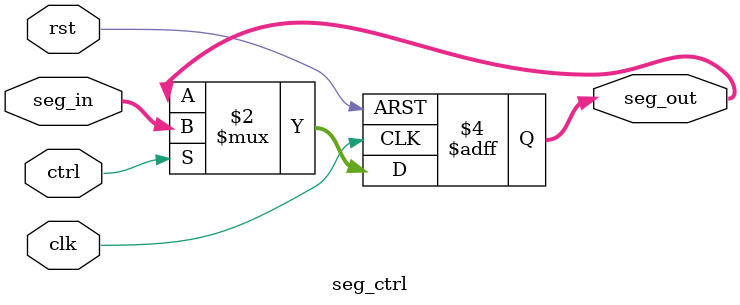
<source format=v>
module seg_ctrl(
input clk,
input rst,
input ctrl,
input  [15:0] seg_in,
output reg [15:0] seg_out
);
always@(posedge clk or posedge rst) begin
    if(rst)begin
        seg_out<=16'b0;
    end
    else if(ctrl)begin
        seg_out<=seg_in;
    end
end
endmodule
</source>
